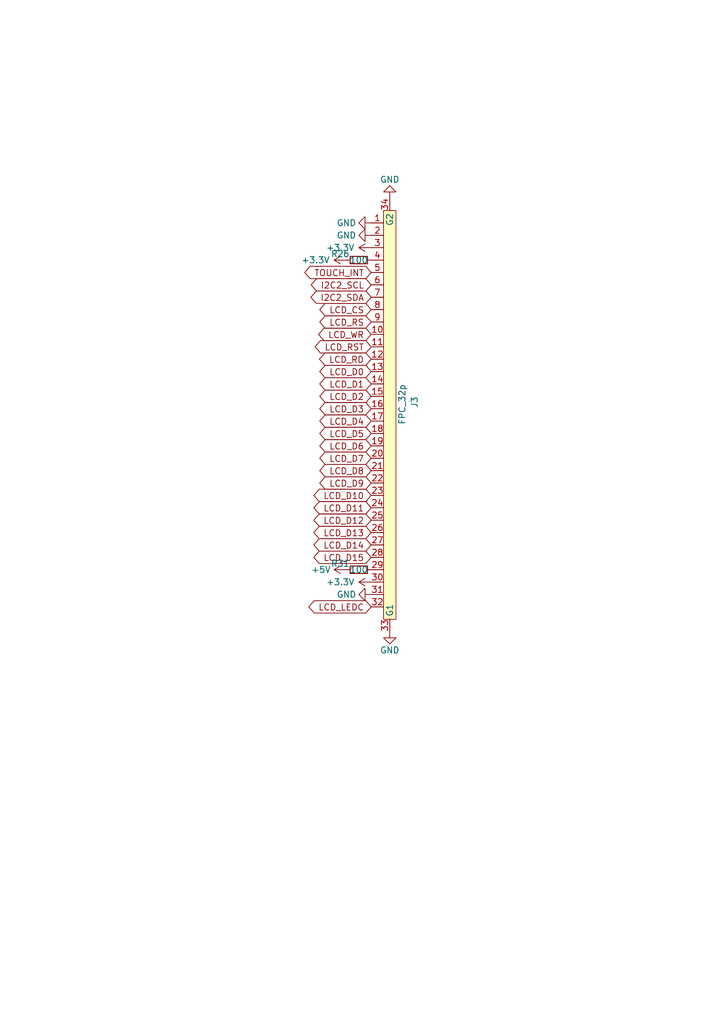
<source format=kicad_sch>
(kicad_sch (version 20211123) (generator eeschema)
  (paper "A5" portrait)
  (lib_symbols
    (symbol "Device:R_Small" (pin_numbers hide) (pin_names (offset 0.254) hide)
      (property "Reference" "R" (at 0.762 0.508 0))
      (property "Value" "R_Small" (at 0.762 -1.016 0))
      (symbol "R_Small_0_1"
        (rectangle (start -0.762 1.778) (end 0.762 -1.778) (stroke (width 0.2032)))
      )
      (symbol "R_Small_1_1"
        (pin passive line (at 0 2.54 270) (length 0.762) (name "~") (number "1"))
        (pin passive line (at 0 -2.54 90) (length 0.762) (name "~") (number "2"))
      )
    )
    (symbol "FPC_Connector:FPC_32p"
      (property "Reference" "J" (at -6.35 1.27 0))
      (property "Value" "FPC_32p" (at -6.35 -1.27 0))
      (symbol "FPC_32p_0_1"
        (rectangle (start -1.27 39.37) (end 1.27 -44.45) (fill (type background)))
      )
      (symbol "FPC_32p_1_1"
        (pin input line (at 3.81 36.83 180) (length 2.54) (name "") (number "1"))
        (pin input line (at 3.81 13.97 180) (length 2.54) (name "") (number "10"))
        (pin input line (at 3.81 11.43 180) (length 2.54) (name "") (number "11"))
        (pin input line (at 3.81 8.89 180) (length 2.54) (name "") (number "12"))
        (pin input line (at 3.81 6.35 180) (length 2.54) (name "") (number "13"))
        (pin input line (at 3.81 3.81 180) (length 2.54) (name "") (number "14"))
        (pin input line (at 3.81 1.27 180) (length 2.54) (name "") (number "15"))
        (pin input line (at 3.81 -1.27 180) (length 2.54) (name "") (number "16"))
        (pin input line (at 3.81 -3.81 180) (length 2.54) (name "") (number "17"))
        (pin input line (at 3.81 -6.35 180) (length 2.54) (name "") (number "18"))
        (pin input line (at 3.81 -8.89 180) (length 2.54) (name "") (number "19"))
        (pin input line (at 3.81 34.29 180) (length 2.54) (name "") (number "2"))
        (pin input line (at 3.81 -11.43 180) (length 2.54) (name "") (number "20"))
        (pin input line (at 3.81 -13.97 180) (length 2.54) (name "") (number "21"))
        (pin input line (at 3.81 -16.51 180) (length 2.54) (name "") (number "22"))
        (pin input line (at 3.81 -19.05 180) (length 2.54) (name "") (number "23"))
        (pin input line (at 3.81 -21.59 180) (length 2.54) (name "") (number "24"))
        (pin input line (at 3.81 -24.13 180) (length 2.54) (name "") (number "25"))
        (pin input line (at 3.81 -26.67 180) (length 2.54) (name "") (number "26"))
        (pin input line (at 3.81 -29.21 180) (length 2.54) (name "") (number "27"))
        (pin input line (at 3.81 -31.75 180) (length 2.54) (name "") (number "28"))
        (pin input line (at 3.81 -34.29 180) (length 2.54) (name "") (number "29"))
        (pin input line (at 3.81 31.75 180) (length 2.54) (name "") (number "3"))
        (pin input line (at 3.81 -36.83 180) (length 2.54) (name "") (number "30"))
        (pin input line (at 3.81 -39.37 180) (length 2.54) (name "") (number "31"))
        (pin input line (at 3.81 -41.91 180) (length 2.54) (name "") (number "32"))
        (pin input line (at 0 -46.99 90) (length 2.54) (name "G1") (number "33"))
        (pin input line (at 0 41.91 270) (length 2.54) (name "G2") (number "34"))
        (pin input line (at 3.81 29.21 180) (length 2.54) (name "") (number "4"))
        (pin input line (at 3.81 26.67 180) (length 2.54) (name "") (number "5"))
        (pin input line (at 3.81 24.13 180) (length 2.54) (name "") (number "6"))
        (pin input line (at 3.81 21.59 180) (length 2.54) (name "") (number "7"))
        (pin input line (at 3.81 19.05 180) (length 2.54) (name "") (number "8"))
        (pin input line (at 3.81 16.51 180) (length 2.54) (name "") (number "9"))
      )
    )
    (symbol "power:+3.3V" (power) (pin_names (offset 0))
      (property "Value" "+3.3V" (at 0 3.556 0))
      (symbol "+3.3V_0_1"
        (polyline (pts (xy -0.762 1.27) (xy 0 2.54)))
        (polyline (pts (xy 0 0) (xy 0 2.54)))
        (polyline (pts (xy 0 2.54) (xy 0.762 1.27)))
      )
      (symbol "+3.3V_1_1"
        (pin power_in line (at 0 0 90) (length 0) hide (name "+3.3V") (number "1"))
      )
    )
    (symbol "power:+5V" (power) (pin_names (offset 0))
      (property "Value" "+5V" (at 0 3.556 0))
      (symbol "+5V_0_1"
        (polyline (pts (xy -0.762 1.27) (xy 0 2.54)))
        (polyline (pts (xy 0 0) (xy 0 2.54)))
        (polyline (pts (xy 0 2.54) (xy 0.762 1.27)))
      )
      (symbol "+5V_1_1"
        (pin power_in line (at 0 0 90) (length 0) hide (name "+5V") (number "1"))
      )
    )
    (symbol "power:GND" (power) (pin_names (offset 0))
      (property "Value" "GND" (at 0 -3.81 0))
      (symbol "GND_0_1"
        (polyline (pts (xy 0 0) (xy 0 -1.27) (xy 1.27 -1.27) (xy 0 -2.54) (xy -1.27 -1.27) (xy 0 -1.27)))
      )
      (symbol "GND_1_1"
        (pin power_in line (at 0 0 270) (length 0) hide (name "GND") (number "1"))
      )
    )
  )
  (global_label "LCD_RST" (shape bidirectional) (at 76.2 71.12 180) (property "Intersheet References" "${INTERSHEET_REFS}" (effects hide)))
  (global_label "I2C2_SCL" (shape bidirectional) (at 76.2 58.42 180) (property "Intersheet References" "${INTERSHEET_REFS}" (effects hide)))
  (global_label "LCD_RS" (shape bidirectional) (at 76.2 66.04 180) (property "Intersheet References" "${INTERSHEET_REFS}" (effects hide)))
  (global_label "LCD_D12" (shape bidirectional) (at 76.2 106.68 180) (property "Intersheet References" "${INTERSHEET_REFS}" (effects hide)))
  (global_label "LCD_D1" (shape bidirectional) (at 76.2 78.74 180) (property "Intersheet References" "${INTERSHEET_REFS}" (effects hide)))
  (global_label "LCD_D9" (shape bidirectional) (at 76.2 99.06 180) (property "Intersheet References" "${INTERSHEET_REFS}" (effects hide)))
  (global_label "LCD_D3" (shape bidirectional) (at 76.2 83.82 180) (property "Intersheet References" "${INTERSHEET_REFS}" (effects hide)))
  (global_label "LCD_D10" (shape bidirectional) (at 76.2 101.6 180) (property "Intersheet References" "${INTERSHEET_REFS}" (effects hide)))
  (global_label "LCD_D13" (shape bidirectional) (at 76.2 109.22 180) (property "Intersheet References" "${INTERSHEET_REFS}" (effects hide)))
  (global_label "I2C2_SDA" (shape bidirectional) (at 76.2 60.96 180) (property "Intersheet References" "${INTERSHEET_REFS}" (effects hide)))
  (global_label "LCD_WR" (shape bidirectional) (at 76.2 68.58 180) (property "Intersheet References" "${INTERSHEET_REFS}" (effects hide)))
  (global_label "LCD_D15" (shape bidirectional) (at 76.2 114.3 180) (property "Intersheet References" "${INTERSHEET_REFS}" (effects hide)))
  (global_label "LCD_D5" (shape bidirectional) (at 76.2 88.9 180) (property "Intersheet References" "${INTERSHEET_REFS}" (effects hide)))
  (global_label "LCD_D4" (shape bidirectional) (at 76.2 86.36 180) (property "Intersheet References" "${INTERSHEET_REFS}" (effects hide)))
  (global_label "LCD_D7" (shape bidirectional) (at 76.2 93.98 180) (property "Intersheet References" "${INTERSHEET_REFS}" (effects hide)))
  (global_label "LCD_D6" (shape bidirectional) (at 76.2 91.44 180) (property "Intersheet References" "${INTERSHEET_REFS}" (effects hide)))
  (global_label "LCD_D2" (shape bidirectional) (at 76.2 81.28 180) (property "Intersheet References" "${INTERSHEET_REFS}" (effects hide)))
  (global_label "LCD_RD" (shape bidirectional) (at 76.2 73.66 180) (property "Intersheet References" "${INTERSHEET_REFS}" (effects hide)))
  (global_label "LCD_D14" (shape bidirectional) (at 76.2 111.76 180) (property "Intersheet References" "${INTERSHEET_REFS}" (effects hide)))
  (global_label "LCD_D11" (shape bidirectional) (at 76.2 104.14 180) (property "Intersheet References" "${INTERSHEET_REFS}" (effects hide)))
  (global_label "LCD_LEDC" (shape bidirectional) (at 76.2 124.46 180) (property "Intersheet References" "${INTERSHEET_REFS}" (effects hide)))
  (global_label "LCD_D0" (shape bidirectional) (at 76.2 76.2 180) (property "Intersheet References" "${INTERSHEET_REFS}" (effects hide)))
  (global_label "LCD_CS" (shape bidirectional) (at 76.2 63.5 180) (property "Intersheet References" "${INTERSHEET_REFS}" (effects hide)))
  (global_label "TOUCH_INT" (shape bidirectional) (at 76.2 55.88 180) (property "Intersheet References" "${INTERSHEET_REFS}" (effects hide)))
  (global_label "LCD_D8" (shape bidirectional) (at 76.2 96.52 180) (property "Intersheet References" "${INTERSHEET_REFS}" (effects hide)))
  (symbol (lib_id "power:GND") (at 76.2 45.72 270) (mirror x) (unit 1)
    (property "Reference" "#PWR045" (effects hide))
    (property "Value" "GND" (at 71.12 45.72 90))
  )
  (symbol (lib_id "power:+3.3V") (at 76.2 119.38 90) (mirror x) (unit 1)
    (property "Reference" "#PWR049" (effects hide))
    (property "Value" "+3.3V" (at 69.85 119.38 90))
  )
  (symbol (lib_id "Device:R_Small") (at 73.66 53.34 270) (unit 1)
    (property "Reference" "R26" (at 69.85 52.07 90))
    (property "Value" "100" (at 73.66 53.34 90))
    (property "Footprint" "Resistor_SMD:R_0603_1608Metric" (effects hide))
  )
  (symbol (lib_id "power:GND") (at 80.01 129.54 0) (mirror y) (unit 1)
    (property "Reference" "#PWR052" (effects hide))
    (property "Value" "GND" (at 80.01 133.35 0))
  )
  (symbol (lib_id "Device:R_Small") (at 73.66 116.84 270) (unit 1)
    (property "Reference" "R31" (at 69.85 115.57 90))
    (property "Value" "100" (at 73.66 116.84 90))
    (property "Footprint" "Resistor_SMD:R_0805_2012Metric" (effects hide))
  )
  (symbol (lib_id "power:GND") (at 76.2 48.26 270) (mirror x) (unit 1)
    (property "Reference" "#PWR046" (effects hide))
    (property "Value" "GND" (at 71.12 48.26 90))
  )
  (symbol (lib_id "power:GND") (at 80.01 40.64 0) (mirror x) (unit 1)
    (property "Reference" "#PWR051" (effects hide))
    (property "Value" "GND" (at 80.01 36.83 0))
  )
  (symbol (lib_id "power:GND") (at 76.2 121.92 270) (mirror x) (unit 1)
    (property "Reference" "#PWR050" (effects hide))
    (property "Value" "GND" (at 71.12 121.92 90))
  )
  (symbol (lib_id "power:+5V") (at 71.12 116.84 90) (unit 1)
    (property "Reference" "#PWR0163" (effects hide))
    (property "Value" "+5V" (at 67.945 116.84 90) (effects (justify left)))
  )
  (symbol (lib_id "power:+3.3V") (at 76.2 50.8 90) (mirror x) (unit 1)
    (property "Reference" "#PWR047" (effects hide))
    (property "Value" "+3.3V" (at 69.85 50.8 90))
  )
  (symbol (lib_id "FPC_Connector:FPC_32p") (at 80.01 82.55 0) (mirror y) (unit 1)
    (property "Reference" "J3" (at 85.09 81.28 90) (effects (justify right)))
    (property "Value" "FPC_32p" (at 82.55 78.74 90) (effects (justify right)))
    (property "Footprint" "FPC_Connector:FPC_32p_Vertical" (effects hide))
  )
  (symbol (lib_id "power:+3.3V") (at 71.12 53.34 90) (mirror x) (unit 1)
    (property "Reference" "#PWR044" (effects hide))
    (property "Value" "+3.3V" (at 64.77 53.34 90))
  )
)
</source>
